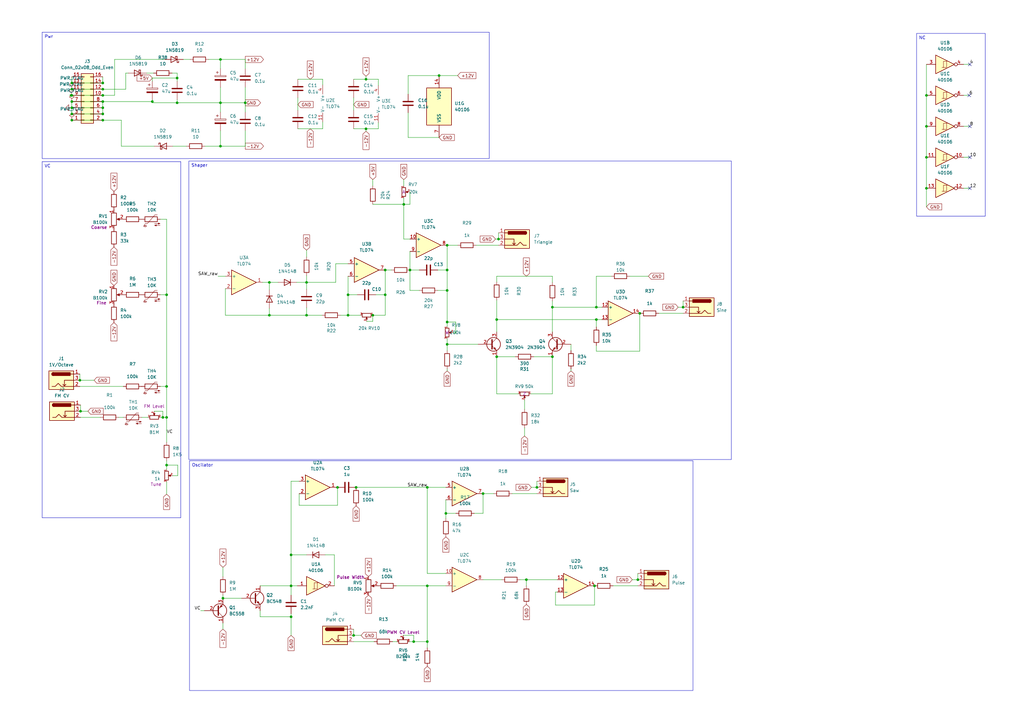
<source format=kicad_sch>
(kicad_sch (version 20230121) (generator eeschema)
  (paper "A3")
  (lib_symbols
    (symbol "4xxx:40106" (pin_names (offset 1.016))
      (property "Reference" "U" (at 0 1.27 0))
      (property "Value" "40106" (at 0 -1.27 0))
      (symbol "40106_1_0"
        (pin input line (at -7.62 0 0) (length 3.81) (name "~") (number "1"))
        (pin output inverted (at 7.62 0 180) (length 3.81) (name "~") (number "2"))
      )
      (symbol "40106_2_0"
        (pin input line (at -7.62 0 0) (length 3.81) (name "~") (number "3"))
        (pin output inverted (at 7.62 0 180) (length 3.81) (name "~") (number "4"))
      )
      (symbol "40106_3_0"
        (pin input line (at -7.62 0 0) (length 3.81) (name "~") (number "5"))
        (pin output inverted (at 7.62 0 180) (length 3.81) (name "~") (number "6"))
      )
      (symbol "40106_4_0"
        (pin output inverted (at 7.62 0 180) (length 3.81) (name "~") (number "8"))
        (pin input line (at -7.62 0 0) (length 3.81) (name "~") (number "9"))
      )
      (symbol "40106_5_0"
        (pin output inverted (at 7.62 0 180) (length 3.81) (name "~") (number "10"))
        (pin input line (at -7.62 0 0) (length 3.81) (name "~") (number "11"))
      )
      (symbol "40106_6_0"
        (pin output inverted (at 7.62 0 180) (length 3.81) (name "~") (number "12"))
        (pin input line (at -7.62 0 0) (length 3.81) (name "~") (number "13"))
      )
      (symbol "40106_7_0"
        (pin power_in line (at 0 12.7 270) (length 5.08) (name "VDD") (number "14"))
        (pin power_in line (at 0 -12.7 90) (length 5.08) (name "VSS") (number "7"))
      )
    )
    (symbol "Amplifier_Operational:TL074" (pin_names (offset 0.127))
      (property "Reference" "U" (at 0 5.08 0))
      (property "Value" "TL074" (at 0 -5.08 0))
      (symbol "TL074_1_1"
        (pin output line (at 7.62 0 180) (length 2.54) (name "~") (number "1"))
        (pin input line (at -7.62 -2.54 0) (length 2.54) (name "-") (number "2"))
        (pin input line (at -7.62 2.54 0) (length 2.54) (name "+") (number "3"))
      )
      (symbol "TL074_2_1"
        (pin input line (at -7.62 2.54 0) (length 2.54) (name "+") (number "5"))
        (pin input line (at -7.62 -2.54 0) (length 2.54) (name "-") (number "6"))
        (pin output line (at 7.62 0 180) (length 2.54) (name "~") (number "7"))
      )
      (symbol "TL074_3_1"
        (pin input line (at -7.62 2.54 0) (length 2.54) (name "+") (number "10"))
        (pin output line (at 7.62 0 180) (length 2.54) (name "~") (number "8"))
        (pin input line (at -7.62 -2.54 0) (length 2.54) (name "-") (number "9"))
      )
      (symbol "TL074_4_1"
        (pin input line (at -7.62 2.54 0) (length 2.54) (name "+") (number "12"))
        (pin input line (at -7.62 -2.54 0) (length 2.54) (name "-") (number "13"))
        (pin output line (at 7.62 0 180) (length 2.54) (name "~") (number "14"))
      )
      (symbol "TL074_5_1"
        (pin power_in line (at -2.54 -7.62 90) (length 3.81) (name "V-") (number "11"))
        (pin power_in line (at -2.54 7.62 270) (length 3.81) (name "V+") (number "4"))
      )
    )
    (symbol "Connector:Barrel_Jack_Switch" (pin_names hide)
      (property "Reference" "J" (at 0 5.334 0))
      (property "Value" "Barrel_Jack_Switch" (at 0 -5.08 0))
      (symbol "Barrel_Jack_Switch_1_1"
        (pin passive line (at 7.62 2.54 180) (length 2.54) (name "~") (number "1"))
        (pin passive line (at 7.62 -2.54 180) (length 2.54) (name "~") (number "2"))
        (pin passive line (at 7.62 0 180) (length 2.54) (name "~") (number "3"))
      )
    )
    (symbol "Connector_Generic:Conn_02x08_Odd_Even" (pin_names (offset 1.016) hide)
      (property "Reference" "J" (at 1.27 10.16 0))
      (property "Value" "Conn_02x08_Odd_Even" (at 1.27 -12.7 0))
      (symbol "Conn_02x08_Odd_Even_1_1"
        (pin passive line (at -5.08 7.62 0) (length 3.81) (name "Pin_1") (number "1"))
        (pin passive line (at 7.62 -2.54 180) (length 3.81) (name "Pin_10") (number "10"))
        (pin passive line (at -5.08 -5.08 0) (length 3.81) (name "Pin_11") (number "11"))
        (pin passive line (at 7.62 -5.08 180) (length 3.81) (name "Pin_12") (number "12"))
        (pin passive line (at -5.08 -7.62 0) (length 3.81) (name "Pin_13") (number "13"))
        (pin passive line (at 7.62 -7.62 180) (length 3.81) (name "Pin_14") (number "14"))
        (pin passive line (at -5.08 -10.16 0) (length 3.81) (name "Pin_15") (number "15"))
        (pin passive line (at 7.62 -10.16 180) (length 3.81) (name "Pin_16") (number "16"))
        (pin passive line (at 7.62 7.62 180) (length 3.81) (name "Pin_2") (number "2"))
        (pin passive line (at -5.08 5.08 0) (length 3.81) (name "Pin_3") (number "3"))
        (pin passive line (at 7.62 5.08 180) (length 3.81) (name "Pin_4") (number "4"))
        (pin passive line (at -5.08 2.54 0) (length 3.81) (name "Pin_5") (number "5"))
        (pin passive line (at 7.62 2.54 180) (length 3.81) (name "Pin_6") (number "6"))
        (pin passive line (at -5.08 0 0) (length 3.81) (name "Pin_7") (number "7"))
        (pin passive line (at 7.62 0 180) (length 3.81) (name "Pin_8") (number "8"))
        (pin passive line (at -5.08 -2.54 0) (length 3.81) (name "Pin_9") (number "9"))
      )
    )
    (symbol "Device:C" (pin_numbers hide) (pin_names (offset 0.254))
      (property "Reference" "C" (at 0.635 2.54 0))
      (property "Value" "C" (at 0.635 -2.54 0))
      (symbol "C_1_1"
        (pin passive line (at 0 3.81 270) (length 2.794) (name "~") (number "1"))
        (pin passive line (at 0 -3.81 90) (length 2.794) (name "~") (number "2"))
      )
    )
    (symbol "Device:C_Polarized" (pin_numbers hide) (pin_names (offset 0.254))
      (property "Reference" "C" (at 0.635 2.54 0))
      (property "Value" "C_Polarized" (at 0.635 -2.54 0))
      (symbol "C_Polarized_1_1"
        (pin passive line (at 0 3.81 270) (length 2.794) (name "~") (number "1"))
        (pin passive line (at 0 -3.81 90) (length 2.794) (name "~") (number "2"))
      )
    )
    (symbol "Device:R" (pin_numbers hide) (pin_names (offset 0))
      (property "Reference" "R" (at 2.032 0 90))
      (property "Value" "R" (at 0 0 90))
      (symbol "R_1_1"
        (pin passive line (at 0 3.81 270) (length 1.27) (name "~") (number "1"))
        (pin passive line (at 0 -3.81 90) (length 1.27) (name "~") (number "2"))
      )
    )
    (symbol "Device:R_Potentiometer" (pin_names (offset 1.016) hide)
      (property "Reference" "RV" (at -4.445 0 90))
      (property "Value" "R_Potentiometer" (at -2.54 0 90))
      (symbol "R_Potentiometer_1_1"
        (pin passive line (at 0 3.81 270) (length 1.27) (name "1") (number "1"))
        (pin passive line (at 3.81 0 180) (length 1.27) (name "2") (number "2"))
        (pin passive line (at 0 -3.81 90) (length 1.27) (name "3") (number "3"))
      )
    )
    (symbol "Device:R_Potentiometer_Small" (pin_names (offset 1.016) hide)
      (property "Reference" "RV" (at -4.445 0 90))
      (property "Value" "R_Potentiometer_Small" (at -2.54 0 90))
      (symbol "R_Potentiometer_Small_1_1"
        (pin passive line (at 0 2.54 270) (length 0.635) (name "1") (number "1"))
        (pin passive line (at 2.54 0 180) (length 0.9906) (name "2") (number "2"))
        (pin passive line (at 0 -2.54 90) (length 0.635) (name "3") (number "3"))
      )
    )
    (symbol "Device:Thermistor_NTC" (pin_numbers hide) (pin_names (offset 0))
      (property "Reference" "TH" (at -4.445 0 90))
      (property "Value" "Thermistor_NTC" (at 3.175 0 90))
      (symbol "Thermistor_NTC_1_1"
        (pin passive line (at 0 3.81 270) (length 1.27) (name "~") (number "1"))
        (pin passive line (at 0 -3.81 90) (length 1.27) (name "~") (number "2"))
      )
    )
    (symbol "Diode:1N4148" (pin_numbers hide) (pin_names (offset 1.016) hide)
      (property "Reference" "D" (at 0 2.54 0))
      (property "Value" "1N4148" (at 0 -2.54 0))
      (symbol "1N4148_1_1"
        (pin passive line (at -3.81 0 0) (length 2.54) (name "K") (number "1"))
        (pin passive line (at 3.81 0 180) (length 2.54) (name "A") (number "2"))
      )
    )
    (symbol "Diode:1N5819" (pin_numbers hide) (pin_names (offset 1.016) hide)
      (property "Reference" "D" (at 0 2.54 0))
      (property "Value" "1N5819" (at 0 -2.54 0))
      (symbol "1N5819_1_1"
        (pin passive line (at -3.81 0 0) (length 2.54) (name "K") (number "1"))
        (pin passive line (at 3.81 0 180) (length 2.54) (name "A") (number "2"))
      )
    )
    (symbol "Transistor_BJT:2N3904" (pin_names (offset 0) hide)
      (property "Reference" "Q" (at 5.08 1.905 0))
      (property "Value" "2N3904" (at 5.08 0 0))
      (symbol "2N3904_1_1"
        (pin passive line (at 2.54 -5.08 90) (length 2.54) (name "E") (number "1"))
        (pin passive line (at -5.08 0 0) (length 5.715) (name "B") (number "2"))
        (pin passive line (at 2.54 5.08 270) (length 2.54) (name "C") (number "3"))
      )
    )
    (symbol "Transistor_BJT:BC548" (pin_names (offset 0) hide)
      (property "Reference" "Q" (at 5.08 1.905 0))
      (property "Value" "BC548" (at 5.08 0 0))
      (symbol "BC548_1_1"
        (pin passive line (at 2.54 5.08 270) (length 2.54) (name "C") (number "1"))
        (pin input line (at -5.08 0 0) (length 5.08) (name "B") (number "2"))
        (pin passive line (at 2.54 -5.08 90) (length 2.54) (name "E") (number "3"))
      )
    )
    (symbol "Transistor_BJT:BC558" (pin_names (offset 0) hide)
      (property "Reference" "Q" (at 5.08 1.905 0))
      (property "Value" "BC558" (at 5.08 0 0))
      (symbol "BC558_1_1"
        (pin passive line (at 2.54 5.08 270) (length 2.54) (name "C") (number "1"))
        (pin input line (at -5.08 0 0) (length 5.715) (name "B") (number "2"))
        (pin passive line (at 2.54 -5.08 90) (length 2.54) (name "E") (number "3"))
      )
    )
    (symbol "power:GND" (power) (pin_names (offset 0))
      (property "Value" "GND" (at 0 -3.81 0))
      (symbol "GND_1_1"
        (pin power_in line (at 0 0 270) (length 0) hide (name "GND") (number "1"))
      )
    )
    (symbol "power:PWR_FLAG" (power) (pin_numbers hide) (pin_names (offset 0) hide)
      (property "Value" "PWR_FLAG" (at 0 3.81 0))
      (symbol "PWR_FLAG_0_0"
        (pin power_out line (at 0 0 90) (length 0) (name "pwr") (number "1"))
      )
    )
  )
  (junction (at 119.38 227.584))
  (junction (at 204.47 98.044))
  (junction (at 379.984 39.116))
  (junction (at 142.748 120.904))
  (junction (at 183.388 141.224))
  (junction (at 29.464 46.736))
  (junction (at 42.164 44.196))
  (junction (at 29.464 39.116))
  (junction (at 29.464 41.656))
  (junction (at 119.38 240.284))
  (junction (at 42.164 49.276))
  (junction (at 203.708 146.304))
  (junction (at 262.382 128.524))
  (junction (at 90.424 59.944))
  (junction (at 91.44 245.364))
  (junction (at 119.38 252.984))
  (junction (at 165.608 83.82))
  (junction (at 90.424 42.164))
  (junction (at 62.484 41.656))
  (junction (at 33.02 168.656))
  (junction (at 157.988 110.744))
  (junction (at 183.388 100.584))
  (junction (at 379.984 77.216))
  (junction (at 29.21 39.116))
  (junction (at 379.984 51.816))
  (junction (at 157.988 120.904))
  (junction (at 220.218 199.898))
  (junction (at 226.568 146.304))
  (junction (at 72.644 42.164))
  (junction (at 42.164 46.736))
  (junction (at 261.62 237.744))
  (junction (at 138.43 199.898))
  (junction (at 125.73 115.824))
  (junction (at 42.164 34.036))
  (junction (at 68.326 120.904))
  (junction (at 183.388 132.08))
  (junction (at 152.908 129.286))
  (junction (at 180.086 30.988))
  (junction (at 243.84 240.284))
  (junction (at 244.602 131.064))
  (junction (at 280.162 125.984))
  (junction (at 203.708 131.064))
  (junction (at 145.034 260.604))
  (junction (at 42.164 36.576))
  (junction (at 379.984 64.516))
  (junction (at 42.164 41.656))
  (junction (at 68.326 158.496))
  (junction (at 29.464 34.036))
  (junction (at 100.584 42.164))
  (junction (at 150.114 52.832))
  (junction (at 169.672 263.144))
  (junction (at 142.748 129.286))
  (junction (at 68.326 171.196))
  (junction (at 42.164 39.116))
  (junction (at 125.73 129.286))
  (junction (at 168.148 110.744))
  (junction (at 182.88 210.566))
  (junction (at 198.12 202.438))
  (junction (at 175.26 240.284))
  (junction (at 68.326 190.754))
  (junction (at 215.9 237.744))
  (junction (at 90.424 24.384))
  (junction (at 183.388 110.744))
  (junction (at 175.26 199.898))
  (junction (at 110.49 115.824))
  (junction (at 175.26 263.144))
  (junction (at 244.602 125.984))
  (junction (at 226.568 125.984))
  (junction (at 110.49 129.286))
  (junction (at 66.802 171.196))
  (junction (at 29.464 44.196))
  (junction (at 32.766 155.956))
  (junction (at 183.388 119.126))
  (junction (at 29.464 36.576))
  (junction (at 29.464 49.276))
  (junction (at 146.05 199.898))
  (junction (at 72.644 32.004))
  (junction (at 150.114 32.512))
  (no_connect (at 397.764 51.816))
  (no_connect (at 397.764 77.216))
  (no_connect (at 397.764 26.416))
  (no_connect (at 397.764 64.516))
  (no_connect (at 397.51 39.116))
  (wire (pts (xy 125.73 113.03) (xy 125.73 115.824)))
  (wire (pts (xy 244.602 144.018) (xy 244.602 141.732)))
  (wire (pts (xy 261.62 235.204) (xy 261.62 237.744)))
  (wire (pts (xy 203.708 131.064) (xy 203.708 136.144)))
  (wire (pts (xy 146.05 199.898) (xy 175.26 199.898)))
  (wire (pts (xy 215.138 175.514) (xy 215.138 178.816)))
  (wire (pts (xy 259.334 237.744) (xy 261.62 237.744)))
  (wire (pts (xy 258.318 113.284) (xy 265.938 113.284)))
  (wire (pts (xy 125.73 105.41) (xy 125.73 102.616)))
  (wire (pts (xy 92.456 118.364) (xy 92.456 129.286)))
  (wire (pts (xy 29.464 41.656) (xy 29.464 44.196)))
  (wire (pts (xy 119.38 197.358) (xy 119.38 227.584)))
  (wire (pts (xy 203.708 123.19) (xy 203.708 131.064)))
  (wire (pts (xy 42.164 31.496) (xy 42.164 34.036)))
  (wire (pts (xy 150.114 32.512) (xy 155.194 32.512)))
  (wire (pts (xy 29.464 39.116) (xy 42.164 39.116)))
  (wire (pts (xy 90.424 35.814) (xy 90.424 42.164)))
  (wire (pts (xy 42.164 41.656) (xy 29.464 41.656)))
  (wire (pts (xy 145.034 258.064) (xy 145.034 260.604)))
  (wire (pts (xy 175.26 263.144) (xy 175.26 265.684)))
  (wire (pts (xy 90.424 53.594) (xy 90.424 59.944)))
  (wire (pts (xy 175.26 199.898) (xy 182.88 199.898)))
  (wire (pts (xy 145.034 40.132) (xy 145.034 45.212)))
  (wire (pts (xy 183.388 133.858) (xy 183.388 132.08)))
  (wire (pts (xy 119.38 227.584) (xy 119.38 240.284)))
  (wire (pts (xy 122.174 40.132) (xy 122.174 45.212)))
  (wire (pts (xy 182.88 235.204) (xy 175.26 235.204)))
  (wire (pts (xy 46.99 39.116) (xy 42.164 39.116)))
  (wire (pts (xy 185.928 136.398) (xy 186.944 136.652)))
  (wire (pts (xy 165.608 83.82) (xy 168.148 83.82)))
  (wire (pts (xy 68.326 171.196) (xy 68.326 181.356)))
  (wire (pts (xy 175.26 240.284) (xy 182.88 240.284)))
  (wire (pts (xy 167.386 38.608) (xy 167.386 30.988)))
  (wire (pts (xy 91.44 232.664) (xy 91.44 236.474)))
  (wire (pts (xy 119.38 251.714) (xy 119.38 252.984)))
  (wire (pts (xy 125.73 115.824) (xy 125.73 118.618)))
  (wire (pts (xy 62.9652 29.972) (xy 60.1712 29.972)))
  (wire (pts (xy 138.43 207.264) (xy 138.43 199.898)))
  (wire (pts (xy 100.584 35.814) (xy 100.584 42.164)))
  (wire (pts (xy 122.174 52.832) (xy 132.334 52.832)))
  (wire (pts (xy 154.178 120.904) (xy 157.988 120.904)))
  (wire (pts (xy 198.12 202.438) (xy 202.438 202.438)))
  (wire (pts (xy 175.26 240.284) (xy 175.26 263.144)))
  (wire (pts (xy 198.12 210.566) (xy 198.12 202.438)))
  (wire (pts (xy 167.894 263.144) (xy 169.672 263.144)))
  (wire (pts (xy 182.88 210.566) (xy 186.944 210.566)))
  (wire (pts (xy 183.388 138.938) (xy 183.388 141.224)))
  (wire (pts (xy 217.932 199.898) (xy 220.218 199.898)))
  (wire (pts (xy 203.2 98.044) (xy 204.47 98.044)))
  (wire (pts (xy 62.484 32.004) (xy 72.644 32.004)))
  (wire (pts (xy 244.602 125.984) (xy 246.888 125.984)))
  (wire (pts (xy 125.73 227.584) (xy 119.38 227.584)))
  (wire (pts (xy 220.218 197.358) (xy 220.218 199.898)))
  (wire (pts (xy 157.988 120.904) (xy 157.988 110.744)))
  (wire (pts (xy 203.708 146.304) (xy 203.708 161.544)))
  (wire (pts (xy 92.456 129.286) (xy 110.49 129.286)))
  (wire (pts (xy 179.578 110.744) (xy 183.388 110.744)))
  (wire (pts (xy 168.148 78.74) (xy 168.148 83.82)))
  (wire (pts (xy 106.68 250.444) (xy 106.68 252.984)))
  (wire (pts (xy 179.578 119.126) (xy 183.388 119.126)))
  (wire (pts (xy 137.668 115.824) (xy 125.73 115.824)))
  (wire (pts (xy 212.598 161.544) (xy 203.708 161.544)))
  (wire (pts (xy 215.138 164.084) (xy 215.138 167.894)))
  (wire (pts (xy 84.074 59.944) (xy 90.424 59.944)))
  (wire (pts (xy 42.164 34.036) (xy 29.464 34.036)))
  (wire (pts (xy 62.484 40.894) (xy 62.484 41.656)))
  (wire (pts (xy 145.034 260.604) (xy 148.082 260.604)))
  (wire (pts (xy 182.88 204.978) (xy 182.88 210.566)))
  (wire (pts (xy 90.424 24.384) (xy 85.598 24.384)))
  (wire (pts (xy 100.584 24.384) (xy 90.424 24.384)))
  (wire (pts (xy 100.584 45.974) (xy 100.584 42.164)))
  (wire (pts (xy 125.73 129.286) (xy 125.73 126.238)))
  (wire (pts (xy 33.02 171.196) (xy 41.148 171.196)))
  (wire (pts (xy 152.908 83.82) (xy 165.608 83.82)))
  (wire (pts (xy 168.148 110.744) (xy 168.148 119.126)))
  (wire (pts (xy 145.034 52.832) (xy 150.114 52.832)))
  (wire (pts (xy 169.672 263.144) (xy 175.26 263.144)))
  (wire (pts (xy 72.898 195.072) (xy 72.898 190.754)))
  (wire (pts (xy 82.296 250.444) (xy 83.82 250.444)))
  (wire (pts (xy 51.562 29.972) (xy 52.5512 29.972)))
  (wire (pts (xy 62.484 42.164) (xy 72.644 42.164)))
  (wire (pts (xy 72.644 29.972) (xy 72.644 32.004)))
  (wire (pts (xy 183.388 119.126) (xy 183.388 110.744)))
  (wire (pts (xy 226.568 113.284) (xy 226.568 115.824)))
  (wire (pts (xy 203.708 113.284) (xy 226.568 113.284)))
  (wire (pts (xy 157.988 129.286) (xy 157.988 120.904)))
  (wire (pts (xy 137.668 108.204) (xy 137.668 115.824)))
  (wire (pts (xy 155.194 50.292) (xy 155.194 52.832)))
  (wire (pts (xy 42.164 36.576) (xy 29.464 36.576)))
  (wire (pts (xy 228.6 242.824) (xy 227.838 242.824)))
  (wire (pts (xy 278.13 125.984) (xy 280.162 125.984)))
  (wire (pts (xy 119.38 240.284) (xy 121.92 240.284)))
  (wire (pts (xy 51.562 36.576) (xy 51.562 29.972)))
  (wire (pts (xy 42.164 41.656) (xy 62.484 41.656)))
  (wire (pts (xy 90.424 45.974) (xy 90.424 42.164)))
  (wire (pts (xy 183.388 141.224) (xy 183.388 143.764)))
  (wire (pts (xy 262.636 128.524) (xy 262.382 128.524)))
  (wire (pts (xy 91.44 255.524) (xy 91.44 258.064)))
  (wire (pts (xy 167.386 56.388) (xy 180.086 56.388)))
  (wire (pts (xy 145.034 263.144) (xy 153.416 263.144)))
  (wire (pts (xy 395.224 64.516) (xy 397.764 64.516)))
  (wire (pts (xy 169.672 260.604) (xy 169.672 263.144)))
  (wire (pts (xy 42.164 49.276) (xy 49.784 49.276)))
  (wire (pts (xy 110.49 129.286) (xy 125.73 129.286)))
  (wire (pts (xy 142.748 120.904) (xy 142.748 129.286)))
  (wire (pts (xy 204.47 95.504) (xy 204.47 98.044)))
  (wire (pts (xy 244.602 131.064) (xy 203.708 131.064)))
  (wire (pts (xy 42.164 46.736) (xy 29.464 46.736)))
  (wire (pts (xy 244.602 113.284) (xy 244.602 125.984)))
  (wire (pts (xy 68.326 120.904) (xy 68.326 158.496)))
  (wire (pts (xy 91.44 245.364) (xy 99.06 245.364)))
  (wire (pts (xy 137.16 227.584) (xy 137.16 240.284)))
  (wire (pts (xy 161.036 263.144) (xy 162.814 263.144)))
  (wire (pts (xy 183.388 152.146) (xy 183.388 151.384)))
  (wire (pts (xy 132.334 32.512) (xy 132.334 34.798)))
  (wire (pts (xy 42.164 44.196) (xy 42.164 46.736)))
  (wire (pts (xy 183.388 132.08) (xy 186.944 132.08)))
  (wire (pts (xy 379.984 39.116) (xy 379.984 51.816)))
  (wire (pts (xy 65.786 171.196) (xy 66.802 171.196)))
  (wire (pts (xy 379.984 64.516) (xy 379.984 77.216)))
  (wire (pts (xy 42.164 41.656) (xy 42.164 44.196)))
  (wire (pts (xy 90.424 24.384) (xy 90.424 28.194)))
  (wire (pts (xy 218.948 146.304) (xy 226.568 146.304)))
  (wire (pts (xy 65.786 120.904) (xy 68.326 120.904)))
  (wire (pts (xy 110.49 126.492) (xy 110.49 129.286)))
  (wire (pts (xy 63.246 168.656) (xy 66.802 168.656)))
  (wire (pts (xy 142.748 113.284) (xy 142.748 120.904)))
  (wire (pts (xy 142.748 108.204) (xy 137.668 108.204)))
  (wire (pts (xy 68.326 158.496) (xy 68.326 171.196)))
  (wire (pts (xy 379.984 26.416) (xy 379.984 39.116)))
  (wire (pts (xy 138.43 199.898) (xy 137.922 199.898)))
  (wire (pts (xy 32.766 155.956) (xy 38.608 155.956)))
  (wire (pts (xy 395.224 39.116) (xy 397.51 39.116)))
  (wire (pts (xy 183.388 100.584) (xy 187.706 100.584)))
  (wire (pts (xy 106.68 240.284) (xy 119.38 240.284)))
  (wire (pts (xy 49.784 49.276) (xy 49.784 59.944)))
  (wire (pts (xy 65.786 158.496) (xy 68.326 158.496)))
  (wire (pts (xy 100.584 28.194) (xy 100.584 24.384)))
  (wire (pts (xy 157.988 110.744) (xy 160.528 110.744)))
  (wire (pts (xy 142.748 120.904) (xy 146.558 120.904)))
  (wire (pts (xy 106.68 252.984) (xy 119.38 252.984)))
  (wire (pts (xy 72.644 32.004) (xy 72.644 33.274)))
  (wire (pts (xy 133.35 227.584) (xy 137.16 227.584)))
  (wire (pts (xy 58.166 171.196) (xy 60.706 171.196)))
  (wire (pts (xy 243.84 248.158) (xy 243.84 240.284)))
  (wire (pts (xy 165.608 81.28) (xy 165.608 83.82)))
  (wire (pts (xy 194.564 210.566) (xy 198.12 210.566)))
  (wire (pts (xy 195.326 100.584) (xy 204.47 100.584)))
  (wire (pts (xy 165.354 260.604) (xy 169.672 260.604)))
  (wire (pts (xy 227.838 242.824) (xy 227.838 248.158)))
  (wire (pts (xy 150.114 31.242) (xy 150.114 32.512)))
  (wire (pts (xy 68.326 190.754) (xy 68.326 192.532)))
  (wire (pts (xy 122.682 197.358) (xy 119.38 197.358)))
  (wire (pts (xy 262.382 144.018) (xy 244.602 144.018)))
  (wire (pts (xy 196.088 141.224) (xy 183.388 141.224)))
  (wire (pts (xy 68.326 188.976) (xy 68.326 190.754)))
  (wire (pts (xy 152.908 73.66) (xy 152.908 76.2)))
  (wire (pts (xy 155.194 32.512) (xy 155.194 35.052)))
  (wire (pts (xy 226.568 161.544) (xy 226.568 146.304)))
  (wire (pts (xy 29.21 39.116) (xy 29.464 39.116)))
  (wire (pts (xy 168.148 98.044) (xy 165.608 98.044)))
  (wire (pts (xy 66.802 168.656) (xy 66.802 171.196)))
  (wire (pts (xy 234.188 152.146) (xy 234.188 151.384)))
  (wire (pts (xy 145.034 32.512) (xy 150.114 32.512)))
  (wire (pts (xy 142.748 129.286) (xy 147.828 129.286)))
  (wire (pts (xy 70.5852 29.972) (xy 72.644 29.972)))
  (wire (pts (xy 217.678 161.544) (xy 226.568 161.544)))
  (wire (pts (xy 110.49 118.872) (xy 110.49 115.824)))
  (wire (pts (xy 186.944 136.652) (xy 186.944 132.08)))
  (wire (pts (xy 395.224 77.216) (xy 397.764 77.216)))
  (wire (pts (xy 150.114 52.832) (xy 155.194 52.832)))
  (wire (pts (xy 114.046 115.824) (xy 110.49 115.824)))
  (wire (pts (xy 210.058 202.438) (xy 220.218 202.438)))
  (wire (pts (xy 119.38 244.094) (xy 119.38 240.284)))
  (wire (pts (xy 42.164 44.196) (xy 29.464 44.196)))
  (wire (pts (xy 89.408 113.284) (xy 92.456 113.284)))
  (wire (pts (xy 213.36 237.744) (xy 215.9 237.744)))
  (wire (pts (xy 32.766 158.496) (xy 50.546 158.496)))
  (wire (pts (xy 66.802 171.196) (xy 68.326 171.196)))
  (wire (pts (xy 251.46 240.284) (xy 261.62 240.284)))
  (wire (pts (xy 150.114 52.832) (xy 150.114 53.848)))
  (wire (pts (xy 65.786 89.916) (xy 68.326 89.916)))
  (wire (pts (xy 46.99 24.384) (xy 46.99 39.116)))
  (wire (pts (xy 33.02 168.656) (xy 36.068 168.656)))
  (wire (pts (xy 152.908 129.286) (xy 157.988 129.286)))
  (wire (pts (xy 234.188 141.224) (xy 234.188 143.764)))
  (wire (pts (xy 46.99 24.384) (xy 67.564 24.384)))
  (wire (pts (xy 250.698 113.284) (xy 244.602 113.284)))
  (wire (pts (xy 28.448 39.116) (xy 29.21 39.116)))
  (wire (pts (xy 121.666 115.824) (xy 125.73 115.824)))
  (wire (pts (xy 72.644 42.164) (xy 90.424 42.164)))
  (wire (pts (xy 29.464 31.496) (xy 29.464 34.036)))
  (wire (pts (xy 49.784 59.944) (xy 63.246 59.944)))
  (wire (pts (xy 168.148 110.744) (xy 171.958 110.744)))
  (wire (pts (xy 42.164 49.276) (xy 29.464 49.276)))
  (wire (pts (xy 175.26 199.898) (xy 175.26 235.204)))
  (wire (pts (xy 122.174 32.512) (xy 132.334 32.512)))
  (wire (pts (xy 226.568 125.984) (xy 244.602 125.984)))
  (wire (pts (xy 62.484 41.656) (xy 62.484 42.164)))
  (wire (pts (xy 280.162 123.444) (xy 280.162 125.984)))
  (wire (pts (xy 379.984 51.816) (xy 379.984 64.516)))
  (wire (pts (xy 107.696 115.824) (xy 110.49 115.824)))
  (wire (pts (xy 165.608 83.82) (xy 165.608 98.044)))
  (wire (pts (xy 62.484 32.004) (xy 62.484 33.274)))
  (wire (pts (xy 270.256 128.524) (xy 280.162 128.524)))
  (wire (pts (xy 68.326 197.612) (xy 68.326 202.692)))
  (wire (pts (xy 100.584 53.594) (xy 100.584 59.944)))
  (wire (pts (xy 152.908 131.826) (xy 152.908 129.286)))
  (wire (pts (xy 244.602 131.064) (xy 244.602 134.112)))
  (wire (pts (xy 246.888 131.064) (xy 244.602 131.064)))
  (wire (pts (xy 180.086 30.988) (xy 187.706 30.988)))
  (wire (pts (xy 48.768 171.196) (xy 50.546 171.196)))
  (wire (pts (xy 150.368 131.826) (xy 152.908 131.826)))
  (wire (pts (xy 226.568 136.144) (xy 226.568 125.984)))
  (wire (pts (xy 42.164 36.576) (xy 51.562 36.576)))
  (wire (pts (xy 215.9 237.744) (xy 228.6 237.744)))
  (wire (pts (xy 203.708 115.57) (xy 203.708 113.284)))
  (wire (pts (xy 203.708 146.304) (xy 211.328 146.304)))
  (wire (pts (xy 72.644 40.894) (xy 72.644 42.164)))
  (wire (pts (xy 119.38 252.984) (xy 119.38 260.604)))
  (wire (pts (xy 162.56 240.284) (xy 175.26 240.284)))
  (wire (pts (xy 395.224 51.816) (xy 397.764 51.816)))
  (wire (pts (xy 72.898 190.754) (xy 68.326 190.754)))
  (wire (pts (xy 262.382 128.524) (xy 262.128 128.524)))
  (wire (pts (xy 33.02 166.116) (xy 33.02 168.656)))
  (wire (pts (xy 139.7 129.286) (xy 142.748 129.286)))
  (wire (pts (xy 100.584 59.944) (xy 90.424 59.944)))
  (wire (pts (xy 167.386 46.228) (xy 167.386 56.388)))
  (wire (pts (xy 70.866 59.944) (xy 76.454 59.944)))
  (wire (pts (xy 183.388 110.744) (xy 183.388 100.584)))
  (wire (pts (xy 227.838 248.158) (xy 243.84 248.158)))
  (wire (pts (xy 198.12 237.744) (xy 205.74 237.744)))
  (wire (pts (xy 262.382 128.524) (xy 262.382 144.018)))
  (wire (pts (xy 168.148 119.126) (xy 171.958 119.126)))
  (wire (pts (xy 70.866 195.072) (xy 72.898 195.072)))
  (wire (pts (xy 100.584 42.164) (xy 90.424 42.164)))
  (wire (pts (xy 68.326 89.916) (xy 68.326 120.904)))
  (wire (pts (xy 29.464 44.196) (xy 29.464 46.736)))
  (wire (pts (xy 182.88 210.566) (xy 182.88 212.598)))
  (wire (pts (xy 122.682 207.264) (xy 138.43 207.264)))
  (wire (pts (xy 77.978 24.384) (xy 75.184 24.384)))
  (wire (pts (xy 125.73 129.286) (xy 132.08 129.286)))
  (wire (pts (xy 32.766 153.416) (xy 32.766 155.956)))
  (wire (pts (xy 167.386 30.988) (xy 180.086 30.988)))
  (wire (pts (xy 226.568 123.444) (xy 226.568 125.984)))
  (wire (pts (xy 183.388 132.08) (xy 183.388 119.126)))
  (wire (pts (xy 165.608 73.66) (xy 165.608 76.2)))
  (wire (pts (xy 168.148 103.124) (xy 168.148 110.744)))
  (wire (pts (xy 379.984 77.216) (xy 379.984 84.836)))
  (wire (pts (xy 122.682 202.438) (xy 122.682 207.264)))
  (wire (pts (xy 395.224 26.416) (xy 397.764 26.416)))
  (wire (pts (xy 91.44 244.094) (xy 91.44 245.364)))
  (wire (pts (xy 215.9 237.744) (xy 215.9 240.284)))
  (wire (pts (xy 132.334 50.038) (xy 132.334 52.832)))
  (text_box "Oscilator" (at 77.724 188.976 0) (size 206.502 94.234) (effects (font (size 1.27 1.27)) (justify left top)))
  (text_box "NC" (at 375.92 13.716 0) (size 28.194 74.93) (effects (font (size 1.27 1.27)) (justify left top)))
  (text_box "Shaper" (at 77.47 66.04 0) (size 222.504 122.428) (effects (font (size 1.27 1.27)) (justify left top)))
  (text_box "Pwr" (at 17.272 13.208 0) (size 183.388 51.816) (effects (font (size 1.27 1.27)) (justify left top)))
  (text_box "VC" (at 17.272 66.294 0) (size 56.896 146.05) (effects (font (size 1.27 1.27)) (justify left top)))
  (label "VC" (at 68.326 178.054 0))
  (label "12 " (at 397.764 77.216 0))
  (label "10" (at 397.764 64.516 0))
  (label "SAW_raw" (at 175.26 199.898 180))
  (label "SAW_raw" (at 89.408 113.284 180))
  (label "VC" (at 82.296 250.444 180))
  (label "6" (at 397.51 39.116 0))
  (label "8" (at 397.764 51.816 0))
  (label "4" (at 397.764 26.416 0))
  (global_label "GND" (shape input) (at 234.188 152.146 270) (property "Intersheetrefs" "${INTERSHEET_REFS}" (effects hide)))
  (global_label "GND" (shape input) (at 203.2 98.044 180) (property "Intersheetrefs" "${INTERSHEET_REFS}" (effects hide)))
  (global_label "-12V" (shape input) (at 215.138 178.816 270) (property "Intersheetrefs" "${INTERSHEET_REFS}" (effects hide)))
  (global_label "GND" (shape input) (at 379.984 84.836 0) (property "Intersheetrefs" "${INTERSHEET_REFS}" (effects hide)))
  (global_label "GND" (shape input) (at 215.9 247.904 270) (property "Intersheetrefs" "${INTERSHEET_REFS}" (effects hide)))
  (global_label "+12V" (shape input) (at 187.706 30.988 0) (property "Intersheetrefs" "${INTERSHEET_REFS}" (effects hide)))
  (global_label "GND" (shape input) (at 145.034 42.8766 0) (property "Intersheetrefs" "${INTERSHEET_REFS}" (effects hide)))
  (global_label "GND" (shape input) (at 278.13 125.984 180) (property "Intersheetrefs" "${INTERSHEET_REFS}" (effects hide)))
  (global_label "GND" (shape input) (at 259.334 237.744 180) (property "Intersheetrefs" "${INTERSHEET_REFS}" (effects hide)))
  (global_label "GND" (shape input) (at 165.608 73.66 90) (property "Intersheetrefs" "${INTERSHEET_REFS}" (effects hide)))
  (global_label "GND" (shape input) (at 122.174 42.8766 0) (property "Intersheetrefs" "${INTERSHEET_REFS}" (effects hide)))
  (global_label "+12V" (shape input) (at 215.9 113.284 90) (property "Intersheetrefs" "${INTERSHEET_REFS}" (effects hide)))
  (global_label "-12V" (shape input) (at 46.736 132.334 270) (property "Intersheetrefs" "${INTERSHEET_REFS}" (effects hide)))
  (global_label "GND" (shape input) (at 125.73 102.616 90) (property "Intersheetrefs" "${INTERSHEET_REFS}" (effects hide)))
  (global_label "-12V" (shape input) (at 127.254 52.832 270) (property "Intersheetrefs" "${INTERSHEET_REFS}" (effects hide)))
  (global_label "GND" (shape input) (at 182.88 220.218 270) (property "Intersheetrefs" "${INTERSHEET_REFS}" (effects hide)))
  (global_label "-12V" (shape output) (at 100.584 59.944 0) (property "Intersheetrefs" "${INTERSHEET_REFS}" (effects hide)))
  (global_label "GND" (shape input) (at 183.388 152.146 270) (property "Intersheetrefs" "${INTERSHEET_REFS}" (effects hide)))
  (global_label "+5V" (shape input) (at 152.908 73.66 90) (property "Intersheetrefs" "${INTERSHEET_REFS}" (effects hide)))
  (global_label "+12V" (shape input) (at 150.114 31.242 90) (property "Intersheetrefs" "${INTERSHEET_REFS}" (effects hide)))
  (global_label "-12V" (shape input) (at 46.736 101.346 270) (property "Intersheetrefs" "${INTERSHEET_REFS}" (effects hide)))
  (global_label "-12V" (shape input) (at 150.114 53.848 270) (property "Intersheetrefs" "${INTERSHEET_REFS}" (effects hide)))
  (global_label "GND" (shape input) (at 148.082 260.604 0) (property "Intersheetrefs" "${INTERSHEET_REFS}" (effects hide)))
  (global_label "GND" (shape input) (at 180.086 56.388 0) (property "Intersheetrefs" "${INTERSHEET_REFS}" (effects hide)))
  (global_label "GND" (shape input) (at 217.932 199.898 180) (property "Intersheetrefs" "${INTERSHEET_REFS}" (effects hide)))
  (global_label "GND" (shape input) (at 119.38 260.604 270) (property "Intersheetrefs" "${INTERSHEET_REFS}" (effects hide)))
  (global_label "+12V" (shape output) (at 100.584 24.384 0) (property "Intersheetrefs" "${INTERSHEET_REFS}" (effects hide)))
  (global_label "GND" (shape input) (at 68.326 202.692 270) (property "Intersheetrefs" "${INTERSHEET_REFS}" (effects hide)))
  (global_label "-12V" (shape input) (at 91.44 258.064 270) (property "Intersheetrefs" "${INTERSHEET_REFS}" (effects hide)))
  (global_label "+12V" (shape input) (at 127.254 32.512 90) (property "Intersheetrefs" "${INTERSHEET_REFS}" (effects hide)))
  (global_label "GND" (shape input) (at 36.068 168.656 0) (property "Intersheetrefs" "${INTERSHEET_REFS}" (effects hide)))
  (global_label "+12V" (shape input) (at 46.736 78.486 90) (property "Intersheetrefs" "${INTERSHEET_REFS}" (effects hide)))
  (global_label "GND" (shape input) (at 46.736 117.094 90) (property "Intersheetrefs" "${INTERSHEET_REFS}" (effects hide)))
  (global_label "GND" (shape input) (at 38.608 155.956 0) (property "Intersheetrefs" "${INTERSHEET_REFS}" (effects hide)))
  (global_label "GND" (shape input) (at 175.26 273.304 270) (property "Intersheetrefs" "${INTERSHEET_REFS}" (effects hide)))
  (global_label "+12V" (shape input) (at 151.13 236.474 90) (property "Intersheetrefs" "${INTERSHEET_REFS}" (effects hide)))
  (global_label "+5V" (shape input) (at 62.484 32.004 180) (property "Intersheetrefs" "${INTERSHEET_REFS}" (effects hide)))
  (global_label "-12V" (shape input) (at 151.13 244.094 270) (property "Intersheetrefs" "${INTERSHEET_REFS}" (effects hide)))
  (global_label "GND" (shape output) (at 100.584 42.164 0) (property "Intersheetrefs" "${INTERSHEET_REFS}" (effects hide)))
  (global_label "+12V" (shape input) (at 91.44 232.664 90) (property "Intersheetrefs" "${INTERSHEET_REFS}" (effects hide)))
  (global_label "GND" (shape input) (at 265.938 113.284 0) (property "Intersheetrefs" "${INTERSHEET_REFS}" (effects hide)))
  (global_label "GND" (shape input) (at 146.05 207.518 270) (property "Intersheetrefs" "${INTERSHEET_REFS}" (effects hide)))
  (symbol (lib_id "Device:R") (at 215.9 244.094 180) (unit 1)
    (property "Reference" "R21" (at 206.756 244.094 90))
    (property "Value" "68k" (at 211.836 244.094 90))
    (property "Footprint" "PCM_Resistor_SMD_AKL:R_0805_2012Metric_Pad1.15x1.40mm_HandSolder" (effects hide))
  )
  (symbol (lib_id "Device:R") (at 175.768 119.126 270) (unit 1)
    (property "Reference" "R27" (at 175.768 125.73 90))
    (property "Value" "20k" (at 175.768 123.19 90))
    (property "Footprint" "PCM_Resistor_SMD_AKL:R_0805_2012Metric_Pad1.15x1.40mm_HandSolder" (effects hide))
  )
  (symbol (lib_id "Device:R") (at 157.226 263.144 90) (unit 1)
    (property "Reference" "R13" (at 157.226 254 90))
    (property "Value" "68k" (at 157.226 259.08 90))
    (property "Footprint" "PCM_Resistor_SMD_AKL:R_0805_2012Metric_Pad1.15x1.40mm_HandSolder" (effects hide))
  )
  (symbol (lib_id "Connector:Barrel_Jack_Switch") (at 227.838 199.898 0) (mirror y) (unit 1)
    (property "Reference" "J5" (at 233.68 198.6279 0) (effects (justify right)))
    (property "Value" "Saw" (at 233.68 201.1679 0) (effects (justify right)))
    (property "Footprint" "Footprints:MJ-3507" (effects hide))
  )
  (symbol (lib_id "Device:R") (at 135.89 129.286 270) (unit 1)
    (property "Reference" "R22" (at 135.89 135.636 90))
    (property "Value" "10k" (at 135.89 133.35 90))
    (property "Footprint" "PCM_Resistor_SMD_AKL:R_0805_2012Metric_Pad1.15x1.40mm_HandSolder" (effects hide))
  )
  (symbol (lib_id "Device:R") (at 152.908 80.01 0) (unit 1)
    (property "Reference" "R24" (at 159.258 80.01 90))
    (property "Value" "20k" (at 156.972 80.01 90))
    (property "Footprint" "PCM_Resistor_SMD_AKL:R_0805_2012Metric_Pad1.15x1.40mm_HandSolder" (effects hide))
  )
  (symbol (lib_id "power:PWR_FLAG") (at 29.21 39.116 0) (unit 1)
    (property "Reference" "#FLG0103" (effects hide))
    (property "Value" "PWR_FLAG" (at 29.21 34.544 0))
  )
  (symbol (lib_id "Transistor_BJT:2N3904") (at 229.108 141.224 0) (mirror y) (unit 1)
    (property "Reference" "Q4" (at 223.774 139.9539 0) (effects (justify left)))
    (property "Value" "2N3904" (at 223.774 142.4939 0) (effects (justify left)))
    (property "Footprint" "Package_TO_SOT_THT:TO-92_Inline" (effects hide))
    (property "Datasheet" "https://www.onsemi.com/pub/Collateral/2N3903-D.PDF" (effects hide))
  )
  (symbol (lib_id "Device:C") (at 122.174 49.022 0) (unit 1)
    (property "Reference" "C12" (at 126.238 47.752 0) (effects (justify left)))
    (property "Value" "0.1u" (at 126.238 50.292 0) (effects (justify left)))
    (property "Footprint" "Capacitor_SMD:C_0805_2012Metric_Pad1.18x1.45mm_HandSolder" (effects hide))
  )
  (symbol (lib_id "Device:R") (at 68.326 185.166 0) (unit 1)
    (property "Reference" "R8" (at 70.7644 183.8959 0) (effects (justify left)))
    (property "Value" "1K5" (at 70.7644 186.4359 0) (effects (justify left)))
    (property "Footprint" "PCM_Resistor_SMD_AKL:R_0805_2012Metric_Pad1.15x1.40mm_HandSolder" (effects hide))
  )
  (symbol (lib_id "Device:R") (at 209.55 237.744 90) (unit 1)
    (property "Reference" "R19" (at 209.55 231.394 90))
    (property "Value" "100k" (at 209.55 233.934 90))
    (property "Footprint" "PCM_Resistor_SMD_AKL:R_0805_2012Metric_Pad1.15x1.40mm_HandSolder" (effects hide))
  )
  (symbol (lib_id "power:GND") (at 29.464 44.196 270) (unit 1)
    (property "Reference" "#PWR03" (effects hide))
    (property "Value" "GND" (effects hide))
  )
  (symbol (lib_id "Diode:1N5819") (at 71.374 24.384 180) (unit 1)
    (property "Reference" "D3" (at 71.6915 18.034 0))
    (property "Value" "1N5819" (at 71.6915 20.574 0))
    (property "Footprint" "PCM_4ms_Diode:D_DO-214AC_SMA" (effects hide))
    (property "Datasheet" "http://www.vishay.com/docs/88525/1n5817.pdf" (effects hide))
  )
  (symbol (lib_id "Device:R") (at 46.736 128.524 0) (unit 1)
    (property "Reference" "R4" (at 49.276 127.2539 0) (effects (justify left)))
    (property "Value" "100k" (at 49.276 129.7939 0) (effects (justify left)))
    (property "Footprint" "PCM_Resistor_SMD_AKL:R_0805_2012Metric_Pad1.15x1.40mm_HandSolder" (effects hide))
  )
  (symbol (lib_id "Device:R") (at 215.138 171.704 0) (unit 1)
    (property "Reference" "R32" (at 217.678 170.4339 0) (effects (justify left)))
    (property "Value" "18k" (at 217.678 172.9739 0) (effects (justify left)))
    (property "Footprint" "PCM_Resistor_SMD_AKL:R_0805_2012Metric_Pad1.15x1.40mm_HandSolder" (effects hide))
  )
  (symbol (lib_id "Device:R") (at 175.26 269.494 180) (unit 1)
    (property "Reference" "R15" (at 166.116 269.494 90))
    (property "Value" "14k" (at 171.196 269.494 90))
    (property "Footprint" "PCM_Resistor_SMD_AKL:R_0805_2012Metric_Pad1.15x1.40mm_HandSolder" (effects hide))
  )
  (symbol (lib_id "4xxx:40106") (at 387.604 51.816 0) (unit 4)
    (property "Reference" "U1" (at 387.604 42.926 0))
    (property "Value" "40106" (at 387.604 45.466 0))
    (property "Footprint" "PCM_4ms_Package_SOIC:SOIC-14_3.9x8.65mm_Pitch1.27mm" (effects hide))
    (property "Datasheet" "https://assets.nexperia.com/documents/data-sheet/HEF40106B.pdf" (effects hide))
  )
  (symbol (lib_id "Amplifier_Operational:TL074") (at 100.076 115.824 0) (unit 1)
    (property "Reference" "U3" (at 100.076 105.664 0))
    (property "Value" "TL074" (at 100.076 108.204 0))
    (property "Footprint" "PCM_4ms_Package_SOIC:SOIC-14_3.9x8.65mm_Pitch1.27mm" (effects hide))
    (property "Datasheet" "http://www.ti.com/lit/ds/symlink/tl071.pdf" (effects hide))
  )
  (symbol (lib_id "Device:R") (at 46.736 97.536 0) (unit 1)
    (property "Reference" "R3" (at 49.276 96.2659 0) (effects (justify left)))
    (property "Value" "33k" (at 49.276 98.8059 0) (effects (justify left)))
    (property "Footprint" "PCM_Resistor_SMD_AKL:R_0805_2012Metric_Pad1.15x1.40mm_HandSolder" (effects hide))
  )
  (symbol (lib_id "Device:R_Potentiometer_Small") (at 215.138 161.544 270) (unit 1)
    (property "Reference" "RV9" (at 214.884 158.496 90) (effects (justify right)))
    (property "Value" "50k" (at 218.948 158.496 90) (effects (justify right)))
    (property "Footprint" "Potentiometer_SMD:Potentiometer_Bourns_3224W_Vertical" (effects hide))
    (property "func" "Z" (at 215.138 161.544 90))
  )
  (symbol (lib_id "Connector:Barrel_Jack_Switch") (at 137.414 260.604 0) (unit 1)
    (property "Reference" "J4" (at 137.414 251.714 0))
    (property "Value" "PWM CV" (at 137.414 254.254 0))
    (property "Footprint" "Footprints:MJ-3507" (effects hide))
  )
  (symbol (lib_id "Device:C") (at 125.73 122.428 180) (unit 1)
    (property "Reference" "C9" (at 129.54 121.1579 0) (effects (justify right)))
    (property "Value" "22p" (at 129.54 123.6979 0) (effects (justify right)))
    (property "Footprint" "Capacitor_SMD:C_0805_2012Metric_Pad1.18x1.45mm_HandSolder" (effects hide))
  )
  (symbol (lib_id "4xxx:40106") (at 180.086 43.688 0) (unit 7)
    (property "Reference" "U1" (at 186.436 42.4179 0) (effects (justify left)))
    (property "Value" "40106" (at 186.436 44.9579 0) (effects (justify left)))
    (property "Footprint" "PCM_4ms_Package_SOIC:SOIC-14_3.9x8.65mm_Pitch1.27mm" (effects hide))
    (property "Datasheet" "https://assets.nexperia.com/documents/data-sheet/HEF40106B.pdf" (effects hide))
  )
  (symbol (lib_id "Device:R") (at 183.388 147.574 0) (unit 1)
    (property "Reference" "R28" (at 185.928 146.3039 0) (effects (justify left)))
    (property "Value" "2k2" (at 185.928 148.8439 0) (effects (justify left)))
    (property "Footprint" "PCM_Resistor_SMD_AKL:R_0805_2012Metric_Pad1.15x1.40mm_HandSolder" (effects hide))
  )
  (symbol (lib_id "Amplifier_Operational:TL074") (at 254.508 128.524 0) (unit 4)
    (property "Reference" "U3" (at 254.508 119.634 0))
    (property "Value" "TL074" (at 254.508 122.174 0))
    (property "Footprint" "PCM_4ms_Package_SOIC:SOIC-14_3.9x8.65mm_Pitch1.27mm" (effects hide))
    (property "Datasheet" "http://www.ti.com/lit/ds/symlink/tl071.pdf" (effects hide))
  )
  (symbol (lib_id "Device:R") (at 182.88 216.408 0) (unit 1)
    (property "Reference" "R16" (at 185.42 215.1379 0) (effects (justify left)))
    (property "Value" "47k" (at 185.42 217.6779 0) (effects (justify left)))
    (property "Footprint" "PCM_Resistor_SMD_AKL:R_0805_2012Metric_Pad1.15x1.40mm_HandSolder" (effects hide))
  )
  (symbol (lib_id "Device:C") (at 145.034 49.022 0) (unit 1)
    (property "Reference" "C15" (at 149.098 47.752 0) (effects (justify left)))
    (property "Value" "0.1u" (at 149.098 50.292 0) (effects (justify left)))
    (property "Footprint" "Capacitor_SMD:C_0805_2012Metric_Pad1.18x1.45mm_HandSolder" (effects hide))
  )
  (symbol (lib_id "Amplifier_Operational:TL074") (at 130.302 199.898 0) (unit 1)
    (property "Reference" "U2" (at 130.302 189.738 0))
    (property "Value" "TL074" (at 130.302 192.278 0))
    (property "Footprint" "PCM_4ms_Package_SOIC:SOIC-14_3.9x8.65mm_Pitch1.27mm" (effects hide))
    (property "Datasheet" "http://www.ti.com/lit/ds/symlink/tl071.pdf" (effects hide))
  )
  (symbol (lib_id "Device:R") (at 234.188 147.574 0) (unit 1)
    (property "Reference" "R34" (at 236.728 146.3039 0) (effects (justify left)))
    (property "Value" "2k2" (at 236.728 148.8439 0) (effects (justify left)))
    (property "Footprint" "PCM_Resistor_SMD_AKL:R_0805_2012Metric_Pad1.15x1.40mm_HandSolder" (effects hide))
  )
  (symbol (lib_id "Device:R_Potentiometer_Small") (at 165.608 78.74 0) (unit 1)
    (property "Reference" "RV7" (at 171.196 75.692 0) (effects (justify right)))
    (property "Value" "20k" (at 171.45 78.74 0) (effects (justify right)))
    (property "Footprint" "Potentiometer_SMD:Potentiometer_Bourns_3224W_Vertical" (effects hide))
    (property "Func" "A" (at 165.608 78.74 0))
  )
  (symbol (lib_id "4xxx:40106") (at 387.604 26.416 0) (unit 2)
    (property "Reference" "U1" (at 387.604 17.526 0))
    (property "Value" "40106" (at 387.604 20.066 0))
    (property "Footprint" "PCM_4ms_Package_SOIC:SOIC-14_3.9x8.65mm_Pitch1.27mm" (effects hide))
    (property "Datasheet" "https://assets.nexperia.com/documents/data-sheet/HEF40106B.pdf" (effects hide))
  )
  (symbol (lib_id "Amplifier_Operational:TL074") (at 134.874 42.418 0) (unit 5)
    (property "Reference" "U2" (at 133.604 41.1479 0) (effects (justify left)))
    (property "Value" "TL074" (at 133.604 43.6879 0) (effects (justify left)))
    (property "Footprint" "PCM_4ms_Package_SOIC:SOIC-14_3.9x8.65mm_Pitch1.27mm" (effects hide))
    (property "Datasheet" "http://www.ti.com/lit/ds/symlink/tl071.pdf" (effects hide))
  )
  (symbol (lib_id "Device:R_Potentiometer_Small") (at 183.388 136.398 0) (unit 1)
    (property "Reference" "RV8" (at 188.976 133.35 0) (effects (justify right)))
    (property "Value" "100k" (at 189.23 136.398 0) (effects (justify right)))
    (property "Footprint" "Potentiometer_SMD:Potentiometer_Bourns_3224W_Vertical" (effects hide))
    (property "Func" "W" (at 183.388 136.398 0))
  )
  (symbol (lib_id "Device:C") (at 175.768 110.744 270) (unit 1)
    (property "Reference" "C13" (at 179.832 108.458 90))
    (property "Value" "22p" (at 175.768 105.918 90))
    (property "Footprint" "Capacitor_SMD:C_0805_2012Metric_Pad1.18x1.45mm_HandSolder" (effects hide))
  )
  (symbol (lib_id "Device:R") (at 44.958 171.196 90) (unit 1)
    (property "Reference" "R1" (at 44.958 162.052 90))
    (property "Value" "100k" (at 44.958 167.132 90))
    (property "Footprint" "PCM_Resistor_SMD_AKL:R_0805_2012Metric_Pad1.15x1.40mm_HandSolder" (effects hide))
  )
  (symbol (lib_id "Device:R") (at 54.356 120.904 90) (unit 1)
    (property "Reference" "R6" (at 54.356 114.3 90))
    (property "Value" "1M" (at 54.356 116.84 90))
    (property "Footprint" "PCM_Resistor_SMD_AKL:R_0805_2012Metric_Pad1.15x1.40mm_HandSolder" (effects hide))
  )
  (symbol (lib_id "Diode:1N5819") (at 67.056 59.944 0) (unit 1)
    (property "Reference" "D2" (at 66.7385 53.594 0))
    (property "Value" "1N5819" (at 66.7385 56.134 0))
    (property "Footprint" "PCM_4ms_Diode:D_DO-214AC_SMA" (effects hide))
    (property "Datasheet" "http://www.vishay.com/docs/88525/1n5817.pdf" (effects hide))
  )
  (symbol (lib_id "Connector:Barrel_Jack_Switch") (at 25.4 168.656 0) (unit 1)
    (property "Reference" "J2" (at 25.4 159.766 0))
    (property "Value" "FM CV" (at 25.4 162.306 0))
    (property "Footprint" "Footprints:MJ-3507" (effects hide))
  )
  (symbol (lib_id "Transistor_BJT:BC558") (at 88.9 250.444 0) (mirror x) (unit 1)
    (property "Reference" "Q1" (at 93.98 249.1739 0) (effects (justify left)))
    (property "Value" "BC558" (at 93.98 251.7139 0) (effects (justify left)))
    (property "Footprint" "Package_TO_SOT_THT:TO-92_Inline" (effects hide))
    (property "Datasheet" "https://www.onsemi.com/pub/Collateral/BC556BTA-D.pdf" (effects hide))
  )
  (symbol (lib_id "Device:C") (at 72.644 37.084 0) (unit 1)
    (property "Reference" "C4" (at 76.454 35.8139 0) (effects (justify left)))
    (property "Value" "0.1u" (at 76.454 38.3539 0) (effects (justify left)))
    (property "Footprint" "Capacitor_SMD:C_0805_2012Metric_Pad1.18x1.45mm_HandSolder" (effects hide))
  )
  (symbol (lib_id "Device:C") (at 100.584 32.004 0) (unit 1)
    (property "Reference" "C7" (at 104.394 30.734 0) (effects (justify left)))
    (property "Value" "0.1u" (at 104.394 33.274 0) (effects (justify left)))
    (property "Footprint" "Capacitor_SMD:C_0805_2012Metric_Pad1.18x1.45mm_HandSolder" (effects hide))
  )
  (symbol (lib_id "Device:C_Polarized") (at 62.484 37.084 0) (unit 1)
    (property "Reference" "C2" (at 66.294 34.9249 0) (effects (justify left)))
    (property "Value" "47u" (at 66.294 37.4649 0) (effects (justify left)))
    (property "Footprint" "Capacitor_THT:CP_Radial_D4.0mm_P2.00mm" (effects hide))
  )
  (symbol (lib_id "Device:C") (at 122.174 36.322 0) (unit 1)
    (property "Reference" "C11" (at 126.238 35.052 0) (effects (justify left)))
    (property "Value" "0.1u" (at 126.238 37.592 0) (effects (justify left)))
    (property "Footprint" "Capacitor_SMD:C_0805_2012Metric_Pad1.18x1.45mm_HandSolder" (effects hide))
  )
  (symbol (lib_id "Device:R") (at 46.736 82.296 0) (unit 1)
    (property "Reference" "R2" (at 49.276 81.0259 0) (effects (justify left)))
    (property "Value" "100k" (at 49.276 83.5659 0) (effects (justify left)))
    (property "Footprint" "PCM_Resistor_SMD_AKL:R_0805_2012Metric_Pad1.15x1.40mm_HandSolder" (effects hide))
  )
  (symbol (lib_id "Device:C") (at 145.034 36.322 0) (unit 1)
    (property "Reference" "C14" (at 149.098 35.052 0) (effects (justify left)))
    (property "Value" "0.1u" (at 149.098 37.592 0) (effects (justify left)))
    (property "Footprint" "Capacitor_SMD:C_0805_2012Metric_Pad1.18x1.45mm_HandSolder" (effects hide))
  )
  (symbol (lib_id "Device:R_Potentiometer_Small") (at 63.246 171.196 90) (unit 1)
    (property "Reference" "RV3" (at 63.246 174.752 90))
    (property "Value" "B1M" (at 63.246 177.292 90))
    (property "Footprint" "Potentiometer_THT:Potentiometer_Alps_RK09K_Single_Vertical" (effects hide))
    (property "Func" "FM Level" (at 63.246 166.624 90))
  )
  (symbol (lib_id "Device:R") (at 81.788 24.384 90) (unit 1)
    (property "Reference" "R12" (at 81.788 18.034 90))
    (property "Value" "10" (at 81.788 20.574 90))
    (property "Footprint" "PCM_Resistor_SMD_AKL:R_0805_2012Metric_Pad1.15x1.40mm_HandSolder" (effects hide))
  )
  (symbol (lib_id "Diode:1N4148") (at 129.54 227.584 0) (unit 1)
    (property "Reference" "D1" (at 129.54 221.234 0))
    (property "Value" "1N4148" (at 129.54 223.774 0))
    (property "Footprint" "Diode_SMD:D_SOD-123F" (effects hide))
    (property "Datasheet" "https://assets.nexperia.com/documents/data-sheet/1N4148_1N4448.pdf" (effects hide))
  )
  (symbol (lib_id "Device:R") (at 254.508 113.284 90) (unit 1)
    (property "Reference" "R36" (at 254.508 108.204 90))
    (property "Value" "10k" (at 254.508 110.744 90))
    (property "Footprint" "PCM_Resistor_SMD_AKL:R_0805_2012Metric_Pad1.15x1.40mm_HandSolder" (effects hide))
  )
  (symbol (lib_id "Device:R") (at 226.568 119.634 0) (unit 1)
    (property "Reference" "R33" (at 235.712 119.634 90))
    (property "Value" "10k" (at 230.632 119.634 90))
    (property "Footprint" "PCM_Resistor_SMD_AKL:R_0805_2012Metric_Pad1.15x1.40mm_HandSolder" (effects hide))
  )
  (symbol (lib_id "Device:R_Potentiometer_Small") (at 68.326 195.072 0) (unit 1)
    (property "Reference" "RV4" (at 65.786 193.8019 0) (effects (justify right)))
    (property "Value" "1k" (at 65.786 196.3419 0) (effects (justify right)))
    (property "Footprint" "Potentiometer_SMD:Potentiometer_Bourns_3224W_Vertical" (effects hide))
    (property "Func" "Tune" (at 64.008 198.628 0))
  )
  (symbol (lib_id "Device:R") (at 190.754 210.566 90) (unit 1)
    (property "Reference" "R17" (at 190.754 203.962 90))
    (property "Value" "100k" (at 190.754 206.502 90))
    (property "Footprint" "PCM_Resistor_SMD_AKL:R_0805_2012Metric_Pad1.15x1.40mm_HandSolder" (effects hide))
  )
  (symbol (lib_id "4xxx:40106") (at 387.604 64.516 0) (unit 5)
    (property "Reference" "U1" (at 387.604 55.626 0))
    (property "Value" "40106" (at 387.604 58.166 0))
    (property "Footprint" "PCM_4ms_Package_SOIC:SOIC-14_3.9x8.65mm_Pitch1.27mm" (effects hide))
    (property "Datasheet" "https://assets.nexperia.com/documents/data-sheet/HEF40106B.pdf" (effects hide))
  )
  (symbol (lib_id "Device:R") (at 191.516 100.584 90) (unit 1)
    (property "Reference" "R29" (at 191.516 91.44 90))
    (property "Value" "1k" (at 191.516 96.52 90))
    (property "Footprint" "PCM_Resistor_SMD_AKL:R_0805_2012Metric_Pad1.15x1.40mm_HandSolder" (effects hide))
  )
  (symbol (lib_id "Device:C_Polarized") (at 90.424 49.784 0) (unit 1)
    (property "Reference" "C6" (at 94.234 47.6249 0) (effects (justify left)))
    (property "Value" "47u" (at 94.234 50.1649 0) (effects (justify left)))
    (property "Footprint" "Capacitor_THT:CP_Radial_D4.0mm_P2.00mm" (effects hide))
  )
  (symbol (lib_id "4xxx:40106") (at 129.54 240.284 0) (unit 1)
    (property "Reference" "U1" (at 129.54 231.394 0))
    (property "Value" "40106" (at 129.54 233.934 0))
    (property "Footprint" "PCM_4ms_Package_SOIC:SOIC-14_3.9x8.65mm_Pitch1.27mm" (effects hide))
    (property "Datasheet" "https://assets.nexperia.com/documents/data-sheet/HEF40106B.pdf" (effects hide))
  )
  (symbol (lib_id "Device:R") (at 80.264 59.944 90) (unit 1)
    (property "Reference" "R11" (at 80.264 53.594 90))
    (property "Value" "10" (at 80.264 56.134 90))
    (property "Footprint" "PCM_Resistor_SMD_AKL:R_0805_2012Metric_Pad1.15x1.40mm_HandSolder" (effects hide))
  )
  (symbol (lib_id "Device:R") (at 164.338 110.744 270) (unit 1)
    (property "Reference" "R26" (at 164.338 119.888 90))
    (property "Value" "10k" (at 164.338 114.808 90))
    (property "Footprint" "PCM_Resistor_SMD_AKL:R_0805_2012Metric_Pad1.15x1.40mm_HandSolder" (effects hide))
  )
  (symbol (lib_id "Device:C") (at 100.584 49.784 0) (unit 1)
    (property "Reference" "C8" (at 104.394 48.514 0) (effects (justify left)))
    (property "Value" "0.1u" (at 104.394 51.054 0) (effects (justify left)))
    (property "Footprint" "Capacitor_SMD:C_0805_2012Metric_Pad1.18x1.45mm_HandSolder" (effects hide))
  )
  (symbol (lib_id "Diode:1N5819") (at 56.3612 29.972 180) (unit 1)
    (property "Reference" "D6" (at 56.6787 23.622 0))
    (property "Value" "1N5819" (at 56.6787 26.162 0))
    (property "Footprint" "PCM_4ms_Diode:D_DO-214AC_SMA" (effects hide))
    (property "Datasheet" "http://www.vishay.com/docs/88525/1n5817.pdf" (effects hide))
  )
  (symbol (lib_id "Device:R_Potentiometer") (at 151.13 240.284 0) (unit 1)
    (property "Reference" "RV5" (at 148.59 239.0139 0) (effects (justify right)))
    (property "Value" "B100k" (at 148.59 241.5539 0) (effects (justify right)))
    (property "Footprint" "Potentiometer_THT:Potentiometer_Alps_RK09K_Single_Vertical" (effects hide))
    (property "Func" "Pulse Width" (at 143.764 236.728 0))
  )
  (symbol (lib_id "Device:R") (at 215.138 146.304 270) (unit 1)
    (property "Reference" "R31" (at 215.138 151.384 90))
    (property "Value" "390" (at 215.138 149.098 90))
    (property "Footprint" "PCM_Resistor_SMD_AKL:R_0805_2012Metric_Pad1.15x1.40mm_HandSolder" (effects hide))
  )
  (symbol (lib_id "Device:R") (at 54.356 158.496 90) (unit 1)
    (property "Reference" "R7" (at 54.356 149.352 90))
    (property "Value" "100k" (at 54.356 154.432 90))
    (property "Footprint" "PCM_Resistor_SMD_AKL:R_0805_2012Metric_Pad1.15x1.40mm_HandSolder" (effects hide))
  )
  (symbol (lib_id "Connector:Barrel_Jack_Switch") (at 287.782 125.984 0) (mirror y) (unit 1)
    (property "Reference" "J8" (at 293.878 124.7139 0) (effects (justify right)))
    (property "Value" "Sine" (at 293.878 127.2539 0) (effects (justify right)))
    (property "Footprint" "Footprints:MJ-3507" (effects hide))
  )
  (symbol (lib_id "Device:Thermistor_NTC") (at 54.356 171.196 90) (unit 1)
    (property "Reference" "TH1" (at 54.6735 164.846 90))
    (property "Value" "10K" (at 54.6735 167.386 90))
    (property "Footprint" "PCM_Resistor_SMD_AKL:R_0805_2012Metric_Pad1.15x1.40mm_HandSolder" (effects hide))
  )
  (symbol (lib_id "Amplifier_Operational:TL074") (at 150.368 110.744 0) (unit 2)
    (property "Reference" "U3" (at 150.368 100.076 0))
    (property "Value" "TL074" (at 150.368 102.616 0))
    (property "Footprint" "PCM_4ms_Package_SOIC:SOIC-14_3.9x8.65mm_Pitch1.27mm" (effects hide))
    (property "Datasheet" "http://www.ti.com/lit/ds/symlink/tl071.pdf" (effects hide))
  )
  (symbol (lib_id "Amplifier_Operational:TL074") (at 236.22 240.284 0) (unit 4)
    (property "Reference" "U2" (at 236.22 230.124 0))
    (property "Value" "TL074" (at 236.22 232.664 0))
    (property "Footprint" "PCM_4ms_Package_SOIC:SOIC-14_3.9x8.65mm_Pitch1.27mm" (effects hide))
    (property "Datasheet" "http://www.ti.com/lit/ds/symlink/tl071.pdf" (effects hide))
  )
  (symbol (lib_id "Device:R") (at 91.44 240.284 0) (unit 1)
    (property "Reference" "R9" (at 93.98 239.0139 0) (effects (justify left)))
    (property "Value" "1M" (at 93.98 241.5539 0) (effects (justify left)))
    (property "Footprint" "PCM_Resistor_SMD_AKL:R_0805_2012Metric_Pad1.15x1.40mm_HandSolder" (effects hide))
  )
  (symbol (lib_id "Device:R") (at 66.7752 29.972 90) (unit 1)
    (property "Reference" "R38" (at 66.7752 23.622 90))
    (property "Value" "10" (at 66.7752 26.162 90))
    (property "Footprint" "PCM_Resistor_SMD_AKL:R_0805_2012Metric_Pad1.15x1.40mm_HandSolder" (effects hide))
  )
  (symbol (lib_id "Device:R") (at 158.75 240.284 90) (unit 1)
    (property "Reference" "R14" (at 158.75 233.934 90))
    (property "Value" "100k" (at 158.75 236.474 90))
    (property "Footprint" "PCM_Resistor_SMD_AKL:R_0805_2012Metric_Pad1.15x1.40mm_HandSolder" (effects hide))
  )
  (symbol (lib_id "Device:R") (at 146.05 203.708 0) (unit 1)
    (property "Reference" "R10" (at 148.59 202.4379 0) (effects (justify left)))
    (property "Value" "100k" (at 148.59 204.9779 0) (effects (justify left)))
    (property "Footprint" "PCM_Resistor_SMD_AKL:R_0805_2012Metric_Pad1.15x1.40mm_HandSolder" (effects hide))
  )
  (symbol (lib_id "Amplifier_Operational:TL074") (at 175.768 100.584 0) (unit 3)
    (property "Reference" "U3" (at 175.768 90.678 0))
    (property "Value" "TL074" (at 175.768 93.218 0))
    (property "Footprint" "PCM_4ms_Package_SOIC:SOIC-14_3.9x8.65mm_Pitch1.27mm" (effects hide))
    (property "Datasheet" "http://www.ti.com/lit/ds/symlink/tl071.pdf" (effects hide))
  )
  (symbol (lib_id "Device:C") (at 167.386 42.418 0) (unit 1)
    (property "Reference" "C16" (at 171.45 41.148 0) (effects (justify left)))
    (property "Value" "0.1u" (at 171.45 43.688 0) (effects (justify left)))
    (property "Footprint" "Capacitor_SMD:C_0805_2012Metric_Pad1.18x1.45mm_HandSolder" (effects hide))
  )
  (symbol (lib_id "Device:Thermistor_NTC") (at 61.976 120.904 90) (unit 1)
    (property "Reference" "TH3" (at 62.2935 114.554 90))
    (property "Value" "10K" (at 62.2935 117.094 90))
    (property "Footprint" "PCM_Resistor_SMD_AKL:R_0805_2012Metric_Pad1.15x1.40mm_HandSolder" (effects hide))
  )
  (symbol (lib_id "Diode:1N4148") (at 110.49 122.682 270) (unit 1)
    (property "Reference" "D4" (at 113.538 121.4119 90) (effects (justify left)))
    (property "Value" "1N4148" (at 113.538 123.9519 90) (effects (justify left)))
    (property "Footprint" "Diode_SMD:D_SOD-123F" (effects hide))
    (property "Datasheet" "https://assets.nexperia.com/documents/data-sheet/1N4148_1N4448.pdf" (effects hide))
  )
  (symbol (lib_id "Device:R") (at 244.602 137.922 0) (unit 1)
    (property "Reference" "R35" (at 246.888 137.287 0) (effects (justify left)))
    (property "Value" "10k" (at 246.888 139.827 0) (effects (justify left)))
    (property "Footprint" "PCM_Resistor_SMD_AKL:R_0805_2012Metric_Pad1.15x1.40mm_HandSolder" (effects hide))
  )
  (symbol (lib_id "Transistor_BJT:BC548") (at 104.14 245.364 0) (unit 1)
    (property "Reference" "Q2" (at 109.22 244.0939 0) (effects (justify left)))
    (property "Value" "BC548" (at 109.22 246.6339 0) (effects (justify left)))
    (property "Footprint" "Package_TO_SOT_THT:TO-92_Inline" (effects hide))
    (property "Datasheet" "https://www.onsemi.com/pub/Collateral/BC550-D.pdf" (effects hide))
  )
  (symbol (lib_id "Device:C") (at 119.38 247.904 0) (unit 1)
    (property "Reference" "C1" (at 123.19 246.6339 0) (effects (justify left)))
    (property "Value" "2.2nF" (at 123.19 249.1739 0) (effects (justify left)))
    (property "Footprint" "Capacitor_SMD:C_0805_2012Metric_Pad1.18x1.45mm_HandSolder" (effects hide))
  )
  (symbol (lib_id "Amplifier_Operational:TL074") (at 190.5 202.438 0) (unit 2)
    (property "Reference" "U2" (at 190.5 192.278 0))
    (property "Value" "TL074" (at 190.5 194.818 0))
    (property "Footprint" "PCM_4ms_Package_SOIC:SOIC-14_3.9x8.65mm_Pitch1.27mm" (effects hide))
    (property "Datasheet" "http://www.ti.com/lit/ds/symlink/tl071.pdf" (effects hide))
  )
  (symbol (lib_id "Connector:Barrel_Jack_Switch") (at 25.146 155.956 0) (unit 1)
    (property "Reference" "J1" (at 25.146 147.066 0))
    (property "Value" "1V/Octave" (at 25.146 149.606 0))
    (property "Footprint" "Footprints:MJ-3507" (effects hide))
  )
  (symbol (lib_id "Device:R") (at 54.356 89.916 90) (unit 1)
    (property "Reference" "R5" (at 54.356 83.566 90))
    (property "Value" "100k" (at 54.356 86.106 90))
    (property "Footprint" "PCM_Resistor_SMD_AKL:R_0805_2012Metric_Pad1.15x1.40mm_HandSolder" (effects hide))
  )
  (symbol (lib_id "Device:C") (at 150.368 120.904 270) (unit 1)
    (property "Reference" "C10" (at 154.432 118.618 90))
    (property "Value" "22p" (at 150.368 116.078 90))
    (property "Footprint" "Capacitor_SMD:C_0805_2012Metric_Pad1.18x1.45mm_HandSolder" (effects hide))
  )
  (symbol (lib_id "Device:C") (at 142.24 199.898 90) (unit 1)
    (property "Reference" "C3" (at 142.24 192.024 90))
    (property "Value" "1u" (at 142.24 194.564 90))
    (property "Footprint" "Capacitor_SMD:C_0805_2012Metric_Pad1.18x1.45mm_HandSolder" (effects hide))
  )
  (symbol (lib_id "Diode:1N4148") (at 117.856 115.824 180) (unit 1)
    (property "Reference" "D5" (at 117.856 108.712 0))
    (property "Value" "1N4148" (at 117.856 111.252 0))
    (property "Footprint" "Diode_SMD:D_SOD-123F" (effects hide))
    (property "Datasheet" "https://assets.nexperia.com/documents/data-sheet/1N4148_1N4448.pdf" (effects hide))
  )
  (symbol (lib_id "4xxx:40106") (at 387.604 77.216 0) (unit 6)
    (property "Reference" "U1" (at 387.604 68.326 0))
    (property "Value" "40106" (at 387.604 70.866 0))
    (property "Footprint" "PCM_4ms_Package_SOIC:SOIC-14_3.9x8.65mm_Pitch1.27mm" (effects hide))
    (property "Datasheet" "https://assets.nexperia.com/documents/data-sheet/HEF40106B.pdf" (effects hide))
  )
  (symbol (lib_id "Device:R_Potentiometer") (at 46.736 120.904 0) (unit 1)
    (property "Reference" "RV2" (at 44.196 119.6339 0) (effects (justify right)))
    (property "Value" "B100k" (at 44.196 122.1739 0) (effects (justify right)))
    (property "Footprint" "Potentiometer_THT:Potentiometer_Alps_RK09K_Single_Vertical" (effects hide))
    (property "Func" "Fine" (at 41.656 124.206 0))
  )
  (symbol (lib_id "Amplifier_Operational:TL074") (at 157.734 42.672 0) (unit 5)
    (property "Reference" "U3" (at 156.464 41.4019 0) (effects (justify left)))
    (property "Value" "TL074" (at 156.464 43.9419 0) (effects (justify left)))
    (property "Footprint" "PCM_4ms_Package_SOIC:SOIC-14_3.9x8.65mm_Pitch1.27mm" (effects hide))
    (property "Datasheet" "http://www.ti.com/lit/ds/symlink/tl071.pdf" (effects hide))
  )
  (symbol (lib_id "Connector_Generic:Conn_02x08_Odd_Even") (at 34.544 41.656 0) (mirror x) (unit 1)
    (property "Reference" "J3" (at 35.814 25.146 0))
    (property "Value" "Conn_02x08_Odd_Even" (at 35.814 27.686 0))
    (property "Footprint" "Connector_IDC:IDC-Header_2x08_P2.54mm_Vertical" (effects hide))
  )
  (symbol (lib_id "Device:R") (at 203.708 119.38 0) (unit 1)
    (property "Reference" "R30" (at 212.852 119.38 90))
    (property "Value" "10k" (at 207.772 119.38 90))
    (property "Footprint" "PCM_Resistor_SMD_AKL:R_0805_2012Metric_Pad1.15x1.40mm_HandSolder" (effects hide))
  )
  (symbol (lib_id "Device:Thermistor_NTC") (at 61.976 158.496 90) (unit 1)
    (property "Reference" "TH4" (at 62.2935 152.146 90))
    (property "Value" "10K" (at 62.2935 154.686 90))
    (property "Footprint" "PCM_Resistor_SMD_AKL:R_0805_2012Metric_Pad1.15x1.40mm_HandSolder" (effects hide))
  )
  (symbol (lib_id "Device:R_Potentiometer") (at 46.736 89.916 0) (unit 1)
    (property "Reference" "RV1" (at 44.196 88.6459 0) (effects (justify right)))
    (property "Value" "B100k" (at 44.196 91.1859 0) (effects (justify right)))
    (property "Footprint" "Potentiometer_THT:Potentiometer_Alps_RK09K_Single_Vertical" (effects hide))
    (property "Func" "Coarse" (at 40.64 93.218 0))
  )
  (symbol (lib_id "Device:R") (at 125.73 109.22 0) (unit 1)
    (property "Reference" "R20" (at 134.874 109.22 90))
    (property "Value" "10k" (at 129.794 109.22 90))
    (property "Footprint" "PCM_Resistor_SMD_AKL:R_0805_2012Metric_Pad1.15x1.40mm_HandSolder" (effects hide))
  )
  (symbol (lib_id "Device:C_Polarized") (at 90.424 32.004 0) (unit 1)
    (property "Reference" "C5" (at 94.234 29.8449 0) (effects (justify left)))
    (property "Value" "47u" (at 94.234 32.3849 0) (effects (justify left)))
    (property "Footprint" "Capacitor_THT:CP_Radial_D4.0mm_P2.00mm" (effects hide))
  )
  (symbol (lib_id "power:PWR_FLAG") (at 29.464 41.656 0) (unit 1)
    (property "Reference" "#FLG0104" (effects hide))
    (property "Value" "PWR_FLAG" (at 29.464 37.084 0))
  )
  (symbol (lib_id "Device:R_Potentiometer_Small") (at 150.368 129.286 270) (unit 1)
    (property "Reference" "RV10" (at 155.956 134.62 90) (effects (justify right)))
    (property "Value" "20k" (at 150.622 134.62 90) (effects (justify right)))
    (property "Footprint" "Potentiometer_SMD:Potentiometer_Bourns_3224W_Vertical" (effects hide))
  )
  (symbol (lib_id "power:PWR_FLAG") (at 29.464 49.276 0) (unit 1)
    (property "Reference" "#FLG0101" (effects hide))
    (property "Value" "PWR_FLAG" (at 29.464 44.704 0))
  )
  (symbol (lib_id "Connector:Barrel_Jack_Switch") (at 269.24 237.744 0) (mirror y) (unit 1)
    (property "Reference" "J6" (at 275.59 236.4739 0) (effects (justify right)))
    (property "Value" "Pulse" (at 275.59 239.0139 0) (effects (justify right)))
    (property "Footprint" "Footprints:MJ-3507" (effects hide))
  )
  (symbol (lib_id "Device:R_Potentiometer_Small") (at 165.354 263.144 90) (unit 1)
    (property "Reference" "RV6" (at 165.354 266.7 90))
    (property "Value" "B250k" (at 165.354 269.24 90))
    (property "Footprint" "Potentiometer_THT:Potentiometer_Alps_RK09K_Single_Vertical" (effects hide))
    (property "Func" "PWM CV Level" (at 165.354 259.334 90))
  )
  (symbol (lib_id "Connector:Barrel_Jack_Switch") (at 212.09 98.044 0) (mirror y) (unit 1)
    (property "Reference" "J7" (at 218.948 96.7739 0) (effects (justify right)))
    (property "Value" "Triangle" (at 218.948 99.3139 0) (effects (justify right)))
    (property "Footprint" "Footprints:MJ-3507" (effects hide))
  )
  (symbol (lib_id "Device:R") (at 266.446 128.524 90) (unit 1)
    (property "Reference" "R37" (at 266.446 119.38 90))
    (property "Value" "1k" (at 266.446 124.46 90))
    (property "Footprint" "PCM_Resistor_SMD_AKL:R_0805_2012Metric_Pad1.15x1.40mm_HandSolder" (effects hide))
  )
  (symbol (lib_id "4xxx:40106") (at 387.604 39.116 0) (unit 3)
    (property "Reference" "U1" (at 387.604 30.226 0))
    (property "Value" "40106" (at 387.604 32.766 0))
    (property "Footprint" "PCM_4ms_Package_SOIC:SOIC-14_3.9x8.65mm_Pitch1.27mm" (effects hide))
    (property "Datasheet" "https://assets.nexperia.com/documents/data-sheet/HEF40106B.pdf" (effects hide))
  )
  (symbol (lib_id "Transistor_BJT:2N3904") (at 201.168 141.224 0) (unit 1)
    (property "Reference" "Q3" (at 207.264 139.9539 0) (effects (justify left)))
    (property "Value" "2N3904" (at 207.264 142.4939 0) (effects (justify left)))
    (property "Footprint" "Package_TO_SOT_THT:TO-92_Inline" (effects hide))
    (property "Datasheet" "https://www.onsemi.com/pub/Collateral/2N3903-D.PDF" (effects hide))
  )
  (symbol (lib_id "Amplifier_Operational:TL074") (at 190.5 237.744 0) (unit 3)
    (property "Reference" "U2" (at 190.5 227.584 0))
    (property "Value" "TL074" (at 190.5 230.124 0))
    (property "Footprint" "PCM_4ms_Package_SOIC:SOIC-14_3.9x8.65mm_Pitch1.27mm" (effects hide))
    (property "Datasheet" "http://www.ti.com/lit/ds/symlink/tl071.pdf" (effects hide))
  )
  (symbol (lib_id "Device:R") (at 247.65 240.284 90) (unit 1)
    (property "Reference" "R25" (at 247.65 233.426 90))
    (property "Value" "1k" (at 247.65 236.22 90))
    (property "Footprint" "PCM_Resistor_SMD_AKL:R_0805_2012Metric_Pad1.15x1.40mm_HandSolder" (effects hide))
  )
  (symbol (lib_id "Device:Thermistor_NTC") (at 61.976 89.916 90) (unit 1)
    (property "Reference" "TH2" (at 62.2935 83.566 90))
    (property "Value" "10K" (at 62.2935 86.106 90))
    (property "Footprint" "PCM_Resistor_SMD_AKL:R_0805_2012Metric_Pad1.15x1.40mm_HandSolder" (effects hide))
  )
  (symbol (lib_id "Device:R") (at 206.248 202.438 90) (unit 1)
    (property "Reference" "R18" (at 206.248 193.294 90))
    (property "Value" "1k" (at 206.248 198.374 90))
    (property "Footprint" "PCM_Resistor_SMD_AKL:R_0805_2012Metric_Pad1.15x1.40mm_HandSolder" (effects hide))
  )
  (symbol (lib_id "power:PWR_FLAG") (at 29.464 36.576 0) (unit 1)
    (property "Reference" "#FLG0102" (effects hide))
    (property "Value" "PWR_FLAG" (at 29.464 32.004 0))
  )
)
</source>
